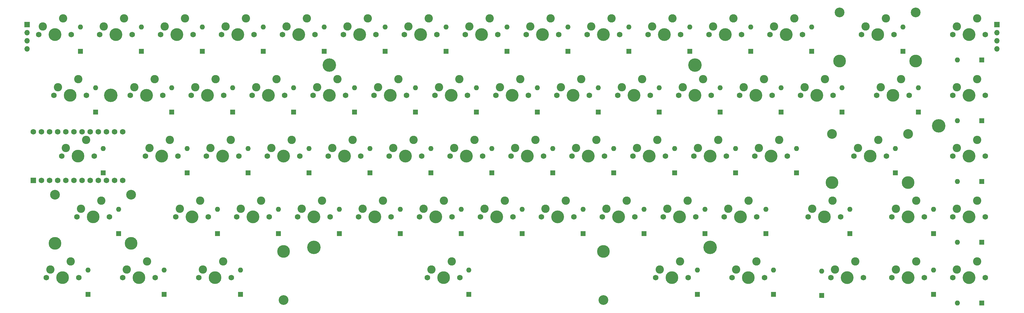
<source format=gbr>
G04 #@! TF.GenerationSoftware,KiCad,Pcbnew,(5.99.0-8711-gbabda304d9)*
G04 #@! TF.CreationDate,2021-01-31T05:21:36-06:00*
G04 #@! TF.ProjectId,65NumpadHATCHED,36354e75-6d70-4616-9448-415443484544,rev?*
G04 #@! TF.SameCoordinates,Original*
G04 #@! TF.FileFunction,Soldermask,Top*
G04 #@! TF.FilePolarity,Negative*
%FSLAX46Y46*%
G04 Gerber Fmt 4.6, Leading zero omitted, Abs format (unit mm)*
G04 Created by KiCad (PCBNEW (5.99.0-8711-gbabda304d9)) date 2021-01-31 05:21:36*
%MOMM*%
%LPD*%
G01*
G04 APERTURE LIST*
%ADD10C,3.048000*%
%ADD11C,3.987800*%
%ADD12C,1.750000*%
%ADD13C,2.600000*%
%ADD14C,4.000000*%
%ADD15C,1.700000*%
%ADD16R,1.700000X1.700000*%
%ADD17O,1.700000X1.700000*%
%ADD18R,1.752600X1.752600*%
%ADD19C,1.752600*%
%ADD20R,1.600000X1.600000*%
%ADD21O,1.600000X1.600000*%
%ADD22C,4.220000*%
G04 APERTURE END LIST*
D10*
X250825000Y-51752500D03*
D11*
X274637500Y-66992500D03*
X262731250Y-58737500D03*
D10*
X274637500Y-51752500D03*
D12*
X267811250Y-58737500D03*
D11*
X250825000Y-66992500D03*
D12*
X257651250Y-58737500D03*
D13*
X258921250Y-56197500D03*
X265271250Y-53657500D03*
D14*
X124618750Y-115887500D03*
D12*
X119538750Y-115887500D03*
X129698750Y-115887500D03*
D11*
X124618750Y-115887500D03*
D15*
X129698750Y-115887500D03*
X119538750Y-115887500D03*
D13*
X120808750Y-113347500D03*
X127158750Y-110807500D03*
D12*
X262413750Y-77787500D03*
X272573750Y-77787500D03*
D11*
X267493750Y-77787500D03*
D13*
X263683750Y-75247500D03*
X270033750Y-72707500D03*
D15*
X176688750Y-115887500D03*
D14*
X181768750Y-115887500D03*
D12*
X186848750Y-115887500D03*
D15*
X186848750Y-115887500D03*
D12*
X176688750Y-115887500D03*
D11*
X181768750Y-115887500D03*
D13*
X177958750Y-113347500D03*
X184308750Y-110807500D03*
D12*
X91598750Y-115887500D03*
D14*
X86518750Y-115887500D03*
D12*
X81438750Y-115887500D03*
D15*
X81438750Y-115887500D03*
D11*
X86518750Y-115887500D03*
D15*
X91598750Y-115887500D03*
D13*
X82708750Y-113347500D03*
X89058750Y-110807500D03*
D12*
X234473750Y-96837500D03*
D11*
X229393750Y-96837500D03*
D14*
X229393750Y-96837500D03*
D15*
X224313750Y-96837500D03*
D12*
X224313750Y-96837500D03*
D15*
X234473750Y-96837500D03*
D13*
X225583750Y-94297500D03*
X231933750Y-91757500D03*
D11*
X198437500Y-134937500D03*
D12*
X193357500Y-134937500D03*
X203517500Y-134937500D03*
D13*
X194627500Y-132397500D03*
X200977500Y-129857500D03*
D11*
X55562500Y-134937500D03*
D12*
X50482500Y-134937500D03*
X60642500Y-134937500D03*
D13*
X51752500Y-132397500D03*
X58102500Y-129857500D03*
D14*
X38893750Y-96837500D03*
D15*
X33813750Y-96837500D03*
X43973750Y-96837500D03*
D12*
X43973750Y-96837500D03*
D11*
X38893750Y-96837500D03*
D12*
X33813750Y-96837500D03*
D13*
X35083750Y-94297500D03*
X41433750Y-91757500D03*
D14*
X72231250Y-77787500D03*
D15*
X67151250Y-77787500D03*
D12*
X77311250Y-77787500D03*
X67151250Y-77787500D03*
D15*
X77311250Y-77787500D03*
D11*
X72231250Y-77787500D03*
D13*
X68421250Y-75247500D03*
X74771250Y-72707500D03*
D12*
X267176250Y-134937500D03*
D11*
X272256250Y-134937500D03*
D15*
X267176250Y-134937500D03*
X277336250Y-134937500D03*
D14*
X272256250Y-134937500D03*
D12*
X277336250Y-134937500D03*
D13*
X268446250Y-132397500D03*
X274796250Y-129857500D03*
D15*
X58261250Y-77787500D03*
X48101250Y-77787500D03*
D12*
X48101250Y-77787500D03*
D14*
X53181250Y-77787500D03*
D12*
X58261250Y-77787500D03*
D11*
X53181250Y-77787500D03*
D13*
X49371250Y-75247500D03*
X55721250Y-72707500D03*
D14*
X105568750Y-115887500D03*
D12*
X100488750Y-115887500D03*
D15*
X110648750Y-115887500D03*
X100488750Y-115887500D03*
D12*
X110648750Y-115887500D03*
D11*
X105568750Y-115887500D03*
D13*
X101758750Y-113347500D03*
X108108750Y-110807500D03*
D15*
X267176250Y-115887500D03*
D12*
X267176250Y-115887500D03*
D15*
X277336250Y-115887500D03*
D12*
X277336250Y-115887500D03*
D11*
X272256250Y-115887500D03*
D14*
X272256250Y-115887500D03*
D13*
X268446250Y-113347500D03*
X274796250Y-110807500D03*
D12*
X124301250Y-77787500D03*
D15*
X134461250Y-77787500D03*
X124301250Y-77787500D03*
D14*
X129381250Y-77787500D03*
D12*
X134461250Y-77787500D03*
D11*
X129381250Y-77787500D03*
D13*
X125571250Y-75247500D03*
X131921250Y-72707500D03*
D12*
X190976250Y-58737500D03*
D14*
X196056250Y-58737500D03*
D11*
X196056250Y-58737500D03*
D15*
X190976250Y-58737500D03*
D12*
X201136250Y-58737500D03*
D15*
X201136250Y-58737500D03*
D13*
X192246250Y-56197500D03*
X198596250Y-53657500D03*
D12*
X43338750Y-115887500D03*
X53498750Y-115887500D03*
D15*
X53498750Y-115887500D03*
X43338750Y-115887500D03*
D11*
X48418750Y-115887500D03*
D14*
X48418750Y-115887500D03*
D13*
X44608750Y-113347500D03*
X50958750Y-110807500D03*
D15*
X143351250Y-77787500D03*
D11*
X148431250Y-77787500D03*
D15*
X153511250Y-77787500D03*
D12*
X153511250Y-77787500D03*
D14*
X148431250Y-77787500D03*
D12*
X143351250Y-77787500D03*
D13*
X144621250Y-75247500D03*
X150971250Y-72707500D03*
D11*
X62706250Y-58737500D03*
D15*
X67786250Y-58737500D03*
D12*
X57626250Y-58737500D03*
D15*
X57626250Y-58737500D03*
D14*
X62706250Y-58737500D03*
D12*
X67786250Y-58737500D03*
D13*
X58896250Y-56197500D03*
X65246250Y-53657500D03*
D12*
X105251250Y-77787500D03*
D15*
X115411250Y-77787500D03*
D12*
X115411250Y-77787500D03*
D11*
X110331250Y-77787500D03*
D14*
X110331250Y-77787500D03*
D15*
X105251250Y-77787500D03*
D13*
X106521250Y-75247500D03*
X112871250Y-72707500D03*
D15*
X214788750Y-115887500D03*
D12*
X224948750Y-115887500D03*
X214788750Y-115887500D03*
D11*
X219868750Y-115887500D03*
D14*
X219868750Y-115887500D03*
D15*
X224948750Y-115887500D03*
D13*
X216058750Y-113347500D03*
X222408750Y-110807500D03*
D12*
X124936250Y-58737500D03*
X114776250Y-58737500D03*
D11*
X119856250Y-58737500D03*
D15*
X124936250Y-58737500D03*
X114776250Y-58737500D03*
D14*
X119856250Y-58737500D03*
D13*
X116046250Y-56197500D03*
X122396250Y-53657500D03*
D11*
X246062500Y-115887500D03*
D12*
X240982500Y-115887500D03*
X251142500Y-115887500D03*
D13*
X242252500Y-113347500D03*
X248602500Y-110807500D03*
D15*
X296386250Y-96837500D03*
X286226250Y-96837500D03*
D12*
X296386250Y-96837500D03*
X286226250Y-96837500D03*
D11*
X291306250Y-96837500D03*
D14*
X291306250Y-96837500D03*
D13*
X287496250Y-94297500D03*
X293846250Y-91757500D03*
D15*
X186213750Y-96837500D03*
D14*
X191293750Y-96837500D03*
D12*
X196373750Y-96837500D03*
D11*
X191293750Y-96837500D03*
D12*
X186213750Y-96837500D03*
D15*
X196373750Y-96837500D03*
D13*
X187483750Y-94297500D03*
X193833750Y-91757500D03*
D12*
X195738750Y-115887500D03*
D14*
X200818750Y-115887500D03*
D15*
X205898750Y-115887500D03*
X195738750Y-115887500D03*
D12*
X205898750Y-115887500D03*
D11*
X200818750Y-115887500D03*
D13*
X197008750Y-113347500D03*
X203358750Y-110807500D03*
D15*
X167798750Y-115887500D03*
D14*
X162718750Y-115887500D03*
D15*
X157638750Y-115887500D03*
D11*
X162718750Y-115887500D03*
D12*
X167798750Y-115887500D03*
X157638750Y-115887500D03*
D13*
X158908750Y-113347500D03*
X165258750Y-110807500D03*
D14*
X205581250Y-77787500D03*
D12*
X210661250Y-77787500D03*
D11*
X205581250Y-77787500D03*
D15*
X200501250Y-77787500D03*
X210661250Y-77787500D03*
D12*
X200501250Y-77787500D03*
D13*
X201771250Y-75247500D03*
X208121250Y-72707500D03*
D15*
X120173750Y-96837500D03*
D12*
X120173750Y-96837500D03*
D11*
X115093750Y-96837500D03*
D14*
X115093750Y-96837500D03*
D12*
X110013750Y-96837500D03*
D15*
X110013750Y-96837500D03*
D13*
X111283750Y-94297500D03*
X117633750Y-91757500D03*
D12*
X138588750Y-115887500D03*
X148748750Y-115887500D03*
D15*
X148748750Y-115887500D03*
D14*
X143668750Y-115887500D03*
D15*
X138588750Y-115887500D03*
D11*
X143668750Y-115887500D03*
D13*
X139858750Y-113347500D03*
X146208750Y-110807500D03*
D12*
X63023750Y-96837500D03*
D15*
X63023750Y-96837500D03*
D11*
X57943750Y-96837500D03*
D14*
X57943750Y-96837500D03*
D15*
X52863750Y-96837500D03*
D12*
X52863750Y-96837500D03*
D13*
X54133750Y-94297500D03*
X60483750Y-91757500D03*
D14*
X234156250Y-58737500D03*
D15*
X239236250Y-58737500D03*
D12*
X229076250Y-58737500D03*
D11*
X234156250Y-58737500D03*
D12*
X239236250Y-58737500D03*
D15*
X229076250Y-58737500D03*
D13*
X230346250Y-56197500D03*
X236696250Y-53657500D03*
D15*
X286226250Y-134937500D03*
D12*
X296386250Y-134937500D03*
D11*
X291306250Y-134937500D03*
D15*
X296386250Y-134937500D03*
D12*
X286226250Y-134937500D03*
D14*
X291306250Y-134937500D03*
D13*
X287496250Y-132397500D03*
X293846250Y-129857500D03*
D12*
X171926250Y-58737500D03*
D14*
X177006250Y-58737500D03*
D12*
X182086250Y-58737500D03*
D15*
X182086250Y-58737500D03*
X171926250Y-58737500D03*
D11*
X177006250Y-58737500D03*
D13*
X173196250Y-56197500D03*
X179546250Y-53657500D03*
D11*
X96043750Y-96837500D03*
D12*
X101123750Y-96837500D03*
D15*
X101123750Y-96837500D03*
D14*
X96043750Y-96837500D03*
D12*
X90963750Y-96837500D03*
D15*
X90963750Y-96837500D03*
D13*
X92233750Y-94297500D03*
X98583750Y-91757500D03*
D11*
X172243750Y-96837500D03*
D14*
X172243750Y-96837500D03*
D12*
X177323750Y-96837500D03*
D15*
X167163750Y-96837500D03*
D12*
X167163750Y-96837500D03*
D15*
X177323750Y-96837500D03*
D13*
X168433750Y-94297500D03*
X174783750Y-91757500D03*
D11*
X91281250Y-77787500D03*
D12*
X86201250Y-77787500D03*
D15*
X86201250Y-77787500D03*
D12*
X96361250Y-77787500D03*
D14*
X91281250Y-77787500D03*
D15*
X96361250Y-77787500D03*
D13*
X87471250Y-75247500D03*
X93821250Y-72707500D03*
D12*
X286226250Y-115887500D03*
D14*
X291306250Y-115887500D03*
D15*
X286226250Y-115887500D03*
D11*
X291306250Y-115887500D03*
D15*
X296386250Y-115887500D03*
D12*
X296386250Y-115887500D03*
D13*
X287496250Y-113347500D03*
X293846250Y-110807500D03*
D12*
X29051250Y-77787500D03*
D11*
X34131250Y-77787500D03*
D12*
X39211250Y-77787500D03*
D15*
X39211250Y-77787500D03*
X29051250Y-77787500D03*
D14*
X34131250Y-77787500D03*
D13*
X30321250Y-75247500D03*
X36671250Y-72707500D03*
D14*
X215106250Y-58737500D03*
D12*
X220186250Y-58737500D03*
D11*
X215106250Y-58737500D03*
D15*
X220186250Y-58737500D03*
D12*
X210026250Y-58737500D03*
D15*
X210026250Y-58737500D03*
D13*
X211296250Y-56197500D03*
X217646250Y-53657500D03*
D15*
X86836250Y-58737500D03*
D12*
X76676250Y-58737500D03*
D15*
X76676250Y-58737500D03*
D11*
X81756250Y-58737500D03*
D12*
X86836250Y-58737500D03*
D14*
X81756250Y-58737500D03*
D13*
X77946250Y-56197500D03*
X84296250Y-53657500D03*
D14*
X224631250Y-77787500D03*
D15*
X229711250Y-77787500D03*
X219551250Y-77787500D03*
D12*
X219551250Y-77787500D03*
D11*
X224631250Y-77787500D03*
D12*
X229711250Y-77787500D03*
D13*
X220821250Y-75247500D03*
X227171250Y-72707500D03*
D14*
X186531250Y-77787500D03*
D12*
X181451250Y-77787500D03*
X191611250Y-77787500D03*
D11*
X186531250Y-77787500D03*
D15*
X181451250Y-77787500D03*
X191611250Y-77787500D03*
D13*
X182721250Y-75247500D03*
X189071250Y-72707500D03*
D10*
X272256250Y-89852500D03*
D11*
X272256250Y-105092500D03*
X248443750Y-105092500D03*
D12*
X255270000Y-96837500D03*
D10*
X248443750Y-89852500D03*
D11*
X260350000Y-96837500D03*
D12*
X265430000Y-96837500D03*
D13*
X256540000Y-94297500D03*
X262890000Y-91757500D03*
D15*
X38576250Y-58737500D03*
X48736250Y-58737500D03*
D12*
X38576250Y-58737500D03*
X48736250Y-58737500D03*
D14*
X43656250Y-58737500D03*
D11*
X43656250Y-58737500D03*
D13*
X39846250Y-56197500D03*
X46196250Y-53657500D03*
D12*
X105886250Y-58737500D03*
D14*
X100806250Y-58737500D03*
D15*
X105886250Y-58737500D03*
X95726250Y-58737500D03*
D12*
X95726250Y-58737500D03*
D11*
X100806250Y-58737500D03*
D13*
X96996250Y-56197500D03*
X103346250Y-53657500D03*
D15*
X215423750Y-96837500D03*
D12*
X205263750Y-96837500D03*
D15*
X205263750Y-96837500D03*
D14*
X210343750Y-96837500D03*
D12*
X215423750Y-96837500D03*
D11*
X210343750Y-96837500D03*
D13*
X206533750Y-94297500D03*
X212883750Y-91757500D03*
D12*
X248761250Y-77787500D03*
D11*
X243681250Y-77787500D03*
D15*
X248761250Y-77787500D03*
X238601250Y-77787500D03*
D14*
X243681250Y-77787500D03*
D12*
X238601250Y-77787500D03*
D13*
X239871250Y-75247500D03*
X246221250Y-72707500D03*
D15*
X158273750Y-96837500D03*
D12*
X158273750Y-96837500D03*
X148113750Y-96837500D03*
D15*
X148113750Y-96837500D03*
D14*
X153193750Y-96837500D03*
D11*
X153193750Y-96837500D03*
D13*
X149383750Y-94297500D03*
X155733750Y-91757500D03*
D11*
X253206250Y-134937500D03*
D12*
X248126250Y-134937500D03*
D15*
X258286250Y-134937500D03*
X248126250Y-134937500D03*
D12*
X258286250Y-134937500D03*
D14*
X253206250Y-134937500D03*
D13*
X249396250Y-132397500D03*
X255746250Y-129857500D03*
D12*
X162401250Y-77787500D03*
D11*
X167481250Y-77787500D03*
D15*
X162401250Y-77787500D03*
X172561250Y-77787500D03*
D12*
X172561250Y-77787500D03*
D14*
X167481250Y-77787500D03*
D13*
X163671250Y-75247500D03*
X170021250Y-72707500D03*
D15*
X139223750Y-96837500D03*
D12*
X139223750Y-96837500D03*
D14*
X134143750Y-96837500D03*
D12*
X129063750Y-96837500D03*
D15*
X129063750Y-96837500D03*
D11*
X134143750Y-96837500D03*
D13*
X130333750Y-94297500D03*
X136683750Y-91757500D03*
D14*
X76993750Y-96837500D03*
D12*
X71913750Y-96837500D03*
X82073750Y-96837500D03*
D11*
X76993750Y-96837500D03*
D15*
X71913750Y-96837500D03*
X82073750Y-96837500D03*
D13*
X73183750Y-94297500D03*
X79533750Y-91757500D03*
D12*
X296386250Y-58737500D03*
D11*
X291306250Y-58737500D03*
D14*
X291306250Y-58737500D03*
D15*
X296386250Y-58737500D03*
D12*
X286226250Y-58737500D03*
D15*
X286226250Y-58737500D03*
D13*
X287496250Y-56197500D03*
X293846250Y-53657500D03*
D15*
X163036250Y-58737500D03*
D12*
X163036250Y-58737500D03*
X152876250Y-58737500D03*
D15*
X152876250Y-58737500D03*
D11*
X157956250Y-58737500D03*
D14*
X157956250Y-58737500D03*
D13*
X154146250Y-56197500D03*
X160496250Y-53657500D03*
D12*
X2857500Y-134937500D03*
D11*
X7937500Y-134937500D03*
D12*
X13017500Y-134937500D03*
D13*
X4127500Y-132397500D03*
X10477500Y-129857500D03*
D12*
X7620000Y-96837500D03*
D11*
X12700000Y-96837500D03*
D12*
X17780000Y-96837500D03*
D13*
X8890000Y-94297500D03*
X15240000Y-91757500D03*
D12*
X26670000Y-134937500D03*
X36830000Y-134937500D03*
D11*
X31750000Y-134937500D03*
D13*
X27940000Y-132397500D03*
X34290000Y-129857500D03*
D12*
X15398750Y-77787500D03*
X5238750Y-77787500D03*
D11*
X10318750Y-77787500D03*
D13*
X6508750Y-75247500D03*
X12858750Y-72707500D03*
D12*
X12382500Y-115887500D03*
D11*
X5556250Y-124142500D03*
X17462500Y-115887500D03*
D10*
X29368750Y-108902500D03*
D11*
X29368750Y-124142500D03*
D10*
X5556250Y-108902500D03*
D12*
X22542500Y-115887500D03*
D13*
X13652500Y-113347500D03*
X20002500Y-110807500D03*
D12*
X62388750Y-115887500D03*
D14*
X67468750Y-115887500D03*
D11*
X67468750Y-115887500D03*
D15*
X72548750Y-115887500D03*
D12*
X72548750Y-115887500D03*
D15*
X62388750Y-115887500D03*
D13*
X63658750Y-113347500D03*
X70008750Y-110807500D03*
D12*
X217170000Y-134937500D03*
X227330000Y-134937500D03*
D11*
X222250000Y-134937500D03*
D13*
X218440000Y-132397500D03*
X224790000Y-129857500D03*
D14*
X24606250Y-58737500D03*
D11*
X24606250Y-58737500D03*
D15*
X19526250Y-58737500D03*
X29686250Y-58737500D03*
D12*
X29686250Y-58737500D03*
X19526250Y-58737500D03*
D13*
X20796250Y-56197500D03*
X27146250Y-53657500D03*
D16*
X300037500Y-55562500D03*
D17*
X300037500Y-58102500D03*
X300037500Y-60642500D03*
X300037500Y-63182500D03*
D14*
X138906250Y-58737500D03*
D15*
X133826250Y-58737500D03*
D12*
X143986250Y-58737500D03*
D15*
X143986250Y-58737500D03*
D12*
X133826250Y-58737500D03*
D11*
X138906250Y-58737500D03*
D13*
X135096250Y-56197500D03*
X141446250Y-53657500D03*
D15*
X286226250Y-77787500D03*
D14*
X291306250Y-77787500D03*
D12*
X296386250Y-77787500D03*
X286226250Y-77787500D03*
D11*
X291306250Y-77787500D03*
D15*
X296386250Y-77787500D03*
D13*
X287496250Y-75247500D03*
X293846250Y-72707500D03*
D11*
X77000100Y-126682500D03*
D12*
X132080000Y-134937500D03*
D11*
X176999900Y-126682500D03*
X127000000Y-134937500D03*
D10*
X77000100Y-141922500D03*
D12*
X121920000Y-134937500D03*
D10*
X176999900Y-141922500D03*
D13*
X123190000Y-132397500D03*
X129540000Y-129857500D03*
D16*
X-3175000Y-55562500D03*
D17*
X-3175000Y-58102500D03*
X-3175000Y-60642500D03*
X-3175000Y-63182500D03*
D18*
X-1270000Y-104457500D03*
D19*
X1270000Y-104457500D03*
X3810000Y-104457500D03*
X6350000Y-104457500D03*
X8890000Y-104457500D03*
X11430000Y-104457500D03*
X13970000Y-104457500D03*
X16510000Y-104457500D03*
X19050000Y-104457500D03*
X21590000Y-104457500D03*
X24130000Y-104457500D03*
X26670000Y-104457500D03*
X26670000Y-89217500D03*
X24130000Y-89217500D03*
X21590000Y-89217500D03*
X19050000Y-89217500D03*
X16510000Y-89217500D03*
X13970000Y-89217500D03*
X11430000Y-89217500D03*
X8890000Y-89217500D03*
X6350000Y-89217500D03*
X3810000Y-89217500D03*
X1270000Y-89217500D03*
X-1270000Y-89217500D03*
D12*
X10636250Y-58737500D03*
X476250Y-58737500D03*
D15*
X10636250Y-58737500D03*
X476250Y-58737500D03*
D11*
X5556250Y-58737500D03*
D14*
X5556250Y-58737500D03*
D13*
X1746250Y-56197500D03*
X8096250Y-53657500D03*
D20*
X127793750Y-63976250D03*
D21*
X127793750Y-56356250D03*
D20*
X146843750Y-63976250D03*
D21*
X146843750Y-56356250D03*
D20*
X165893750Y-63976250D03*
D21*
X165893750Y-56356250D03*
D20*
X184943750Y-63976250D03*
D21*
X184943750Y-56356250D03*
D20*
X203993750Y-63976250D03*
D21*
X203993750Y-56356250D03*
D20*
X223043750Y-63976250D03*
D21*
X223043750Y-56356250D03*
D20*
X242093750Y-63976250D03*
D21*
X242093750Y-56356250D03*
D20*
X270668750Y-63976250D03*
D21*
X270668750Y-56356250D03*
D20*
X42068750Y-83026250D03*
D21*
X42068750Y-75406250D03*
D20*
X61118750Y-83026250D03*
D21*
X61118750Y-75406250D03*
D20*
X80168750Y-83026250D03*
D21*
X80168750Y-75406250D03*
D20*
X99218750Y-83026250D03*
D21*
X99218750Y-75406250D03*
D20*
X118268750Y-83026250D03*
D21*
X118268750Y-75406250D03*
D20*
X137318750Y-83026250D03*
D21*
X137318750Y-75406250D03*
D20*
X156368750Y-83026250D03*
D21*
X156368750Y-75406250D03*
D20*
X175418750Y-83026250D03*
D21*
X175418750Y-75406250D03*
D20*
X194468750Y-83026250D03*
D21*
X194468750Y-75406250D03*
D20*
X213518750Y-83026250D03*
D21*
X213518750Y-75406250D03*
D20*
X232568750Y-83026250D03*
D21*
X232568750Y-75406250D03*
D20*
X251618750Y-83026250D03*
D21*
X251618750Y-75406250D03*
D20*
X46831250Y-102076250D03*
D21*
X46831250Y-94456250D03*
D20*
X65881250Y-102076250D03*
D21*
X65881250Y-94456250D03*
D20*
X84931250Y-102076250D03*
D21*
X84931250Y-94456250D03*
D20*
X103981250Y-102076250D03*
D21*
X103981250Y-94456250D03*
D20*
X142081250Y-102076250D03*
D21*
X142081250Y-94456250D03*
D20*
X161131250Y-102076250D03*
D21*
X161131250Y-94456250D03*
D20*
X180181250Y-102076250D03*
D21*
X180181250Y-94456250D03*
D20*
X199231250Y-102076250D03*
D21*
X199231250Y-94456250D03*
D20*
X218281250Y-102076250D03*
D21*
X218281250Y-94456250D03*
D20*
X268287500Y-102076250D03*
D21*
X268287500Y-94456250D03*
D20*
X295275000Y-66675000D03*
D21*
X287655000Y-66675000D03*
D20*
X25400000Y-121126250D03*
D21*
X25400000Y-113506250D03*
D20*
X56356250Y-121126250D03*
D21*
X56356250Y-113506250D03*
D20*
X75406250Y-121126250D03*
D21*
X75406250Y-113506250D03*
D20*
X94456250Y-121126250D03*
D21*
X94456250Y-113506250D03*
D20*
X113506250Y-121126250D03*
D21*
X113506250Y-113506250D03*
D20*
X132556250Y-121126250D03*
D21*
X132556250Y-113506250D03*
D20*
X151606250Y-121126250D03*
D21*
X151606250Y-113506250D03*
D20*
X170656250Y-121126250D03*
D21*
X170656250Y-113506250D03*
D20*
X189706250Y-121126250D03*
D21*
X189706250Y-113506250D03*
D20*
X208756250Y-121126250D03*
D21*
X208756250Y-113506250D03*
D20*
X254000000Y-121126250D03*
D21*
X254000000Y-113506250D03*
D20*
X280193750Y-121126250D03*
D21*
X280193750Y-113506250D03*
D20*
X295275000Y-85725000D03*
D21*
X287655000Y-85725000D03*
D20*
X15875000Y-140176250D03*
D21*
X15875000Y-132556250D03*
D20*
X39687500Y-140176250D03*
D21*
X39687500Y-132556250D03*
D20*
X63500000Y-140176250D03*
D21*
X63500000Y-132556250D03*
D20*
X134937500Y-140176250D03*
D21*
X134937500Y-132556250D03*
D20*
X206375000Y-140176250D03*
D21*
X206375000Y-132556250D03*
D20*
X230187500Y-140176250D03*
D21*
X230187500Y-132556250D03*
D20*
X280193750Y-140176250D03*
D21*
X280193750Y-132556250D03*
D20*
X295275000Y-142875000D03*
D21*
X287655000Y-142875000D03*
D20*
X123031250Y-102076250D03*
D21*
X123031250Y-94456250D03*
D20*
X237331250Y-102076250D03*
D21*
X237331250Y-94456250D03*
D20*
X227806250Y-121126250D03*
D21*
X227806250Y-113506250D03*
D20*
X89693750Y-63976250D03*
D21*
X89693750Y-56356250D03*
D20*
X108743750Y-63976250D03*
D21*
X108743750Y-56356250D03*
D20*
X70643750Y-63976250D03*
D21*
X70643750Y-56356250D03*
D20*
X32543750Y-63976250D03*
D21*
X32543750Y-56356250D03*
D20*
X51593750Y-63976250D03*
D21*
X51593750Y-56356250D03*
D20*
X275431250Y-83026250D03*
D21*
X275431250Y-75406250D03*
D20*
X20637500Y-102076250D03*
D21*
X20637500Y-94456250D03*
D20*
X13493750Y-63976250D03*
D21*
X13493750Y-56356250D03*
D20*
X18256250Y-83026250D03*
D21*
X18256250Y-75406250D03*
D20*
X295275000Y-104775000D03*
D21*
X287655000Y-104775000D03*
D20*
X295275000Y-123825000D03*
D21*
X287655000Y-123825000D03*
D22*
X23018750Y-77787500D03*
X281781250Y-87312500D03*
X86518750Y-125412500D03*
X210343750Y-125412500D03*
X205581250Y-68262500D03*
D20*
X245268750Y-140493750D03*
D21*
X245268750Y-132873750D03*
D22*
X91281250Y-68262500D03*
M02*

</source>
